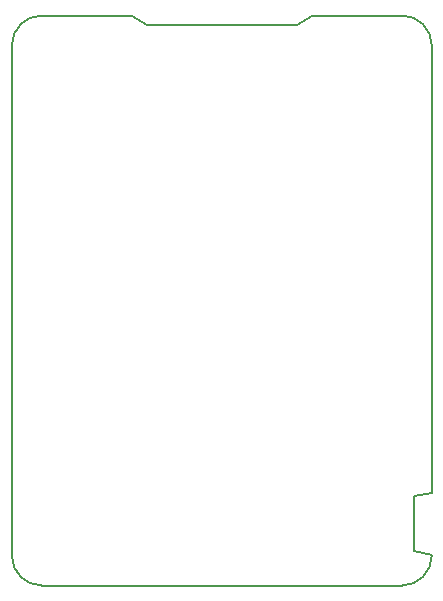
<source format=gm1>
G04 #@! TF.GenerationSoftware,KiCad,Pcbnew,5.0.2*
G04 #@! TF.CreationDate,2019-02-05T18:00:36+01:00*
G04 #@! TF.ProjectId,xling,786c696e-672e-46b6-9963-61645f706362,0.2.5*
G04 #@! TF.SameCoordinates,Original*
G04 #@! TF.FileFunction,Profile,NP*
%FSLAX46Y46*%
G04 Gerber Fmt 4.6, Leading zero omitted, Abs format (unit mm)*
G04 Created by KiCad (PCBNEW 5.0.2) date Tue Feb  5 18:00:36 2019*
%MOMM*%
%LPD*%
G01*
G04 APERTURE LIST*
%ADD10C,0.200000*%
G04 APERTURE END LIST*
D10*
X156000000Y-116900000D02*
X157480000Y-116600000D01*
X156000000Y-121500000D02*
X157480000Y-121910000D01*
X156000000Y-116900000D02*
X156000000Y-121500000D01*
X154940000Y-76200000D02*
X147320000Y-76200000D01*
X146050000Y-76962000D02*
X133350000Y-76962000D01*
X147320000Y-76200000D02*
X146050000Y-76962000D01*
X132080000Y-76200000D02*
X133350000Y-76962000D01*
X154940000Y-124460000D02*
G75*
G03X157480000Y-121920000I0J2540000D01*
G01*
X121920000Y-121920000D02*
G75*
G03X124460000Y-124460000I2540000J0D01*
G01*
X157480000Y-78740000D02*
G75*
G03X154940000Y-76200000I-2540000J0D01*
G01*
X124460000Y-76200000D02*
G75*
G03X121920000Y-78740000I0J-2540000D01*
G01*
X157480000Y-78740000D02*
X157480000Y-116590000D01*
X124460000Y-76200000D02*
X132080000Y-76200000D01*
X121920000Y-121920000D02*
X121920000Y-78740000D01*
X154940000Y-124460000D02*
X124460000Y-124460000D01*
M02*

</source>
